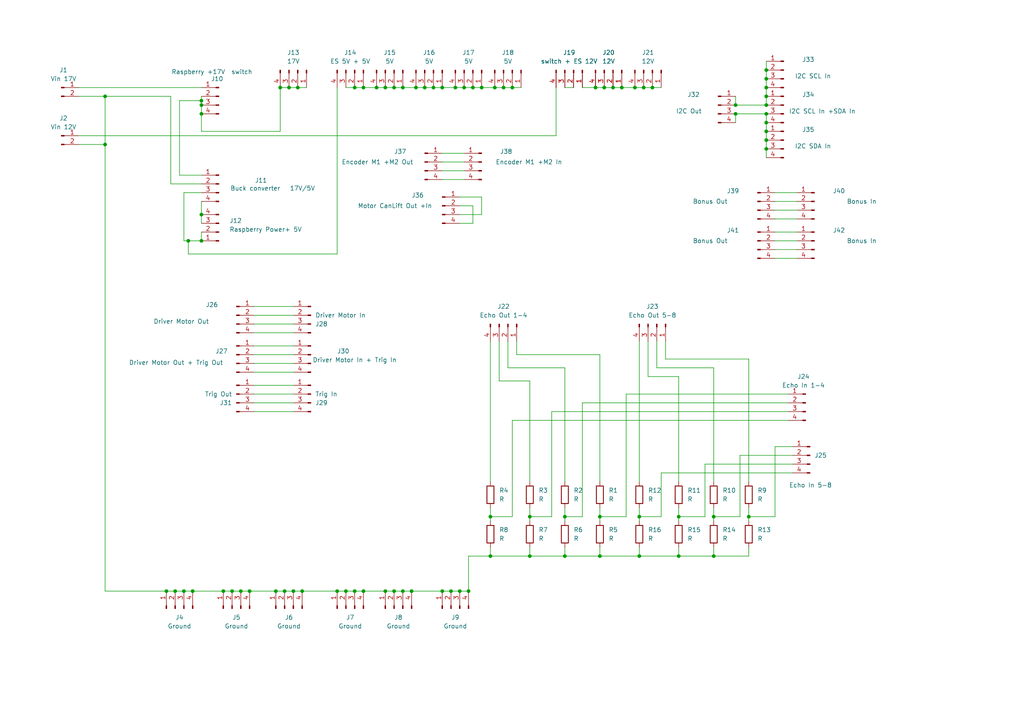
<source format=kicad_sch>
(kicad_sch (version 20250114) (generator "eeschema") (generator_version "9.0")
  (paper "A4")
  (title_block (title "PCB Board Eurobot FBG Team") (date "16/03/2025") (rev "1.0") (company "Noteris Corporation"))
  (lib_symbols
    (symbol "Conn_01x04_Pin_1" (pin_names (offset 1.016) (hide yes))
      (property "Reference" "J" (at 0 5.08 0))
      (property "Value" "Conn_01x04_Pin" (at 0 -7.62 0))
      (symbol "Conn_01x04_Pin_1_1_1"
        (rectangle (start 0.8636 2.667) (end 0 2.413) (stroke (width 0.1524)) (fill (type outline)))
        (rectangle (start 0.8636 0.127) (end 0 -0.127) (stroke (width 0.1524)) (fill (type outline)))
        (rectangle (start 0.8636 -2.413) (end 0 -2.667) (stroke (width 0.1524)) (fill (type outline)))
        (rectangle (start 0.8636 -4.953) (end 0 -5.207) (stroke (width 0.1524)) (fill (type outline)))
        (polyline (pts (xy 1.27 2.54) (xy 0.8636 2.54)) (stroke (width 0.1524)))
        (polyline (pts (xy 1.27 0) (xy 0.8636 0)) (stroke (width 0.1524)))
        (polyline (pts (xy 1.27 -2.54) (xy 0.8636 -2.54)) (stroke (width 0.1524)))
        (polyline (pts (xy 1.27 -5.08) (xy 0.8636 -5.08)) (stroke (width 0.1524)))
        (pin passive line (at 5.08 2.54 180) (length 3.81) (name "Pin_1") (number "1"))
        (pin passive line (at 5.08 0 180) (length 3.81) (name "Pin_2") (number "2"))
        (pin passive line (at 5.08 -2.54 180) (length 3.81) (name "Pin_3") (number "3"))
        (pin passive line (at 5.08 -5.08 180) (length 3.81) (name "Pin_4") (number "4"))
      )
    )
    (symbol "Connector:Conn_01x02_Pin" (pin_names (offset 1.016) (hide yes))
      (property "Reference" "J" (at 0 2.54 0))
      (property "Value" "Conn_01x02_Pin" (at 0 -5.08 0))
      (symbol "Conn_01x02_Pin_1_1"
        (rectangle (start 0.8636 0.127) (end 0 -0.127) (stroke (width 0.1524)) (fill (type outline)))
        (rectangle (start 0.8636 -2.413) (end 0 -2.667) (stroke (width 0.1524)) (fill (type outline)))
        (polyline (pts (xy 1.27 0) (xy 0.8636 0)) (stroke (width 0.1524)))
        (polyline (pts (xy 1.27 -2.54) (xy 0.8636 -2.54)) (stroke (width 0.1524)))
        (pin passive line (at 5.08 0 180) (length 3.81) (name "Pin_1") (number "1"))
        (pin passive line (at 5.08 -2.54 180) (length 3.81) (name "Pin_2") (number "2"))
      )
    )
    (symbol "Connector:Conn_01x04_Pin" (pin_names (offset 1.016) (hide yes))
      (property "Reference" "J" (at 0 5.08 0))
      (property "Value" "Conn_01x04_Pin" (at 0 -7.62 0))
      (symbol "Conn_01x04_Pin_1_1"
        (rectangle (start 0.8636 2.667) (end 0 2.413) (stroke (width 0.1524)) (fill (type outline)))
        (rectangle (start 0.8636 0.127) (end 0 -0.127) (stroke (width 0.1524)) (fill (type outline)))
        (rectangle (start 0.8636 -2.413) (end 0 -2.667) (stroke (width 0.1524)) (fill (type outline)))
        (rectangle (start 0.8636 -4.953) (end 0 -5.207) (stroke (width 0.1524)) (fill (type outline)))
        (polyline (pts (xy 1.27 2.54) (xy 0.8636 2.54)) (stroke (width 0.1524)))
        (polyline (pts (xy 1.27 0) (xy 0.8636 0)) (stroke (width 0.1524)))
        (polyline (pts (xy 1.27 -2.54) (xy 0.8636 -2.54)) (stroke (width 0.1524)))
        (polyline (pts (xy 1.27 -5.08) (xy 0.8636 -5.08)) (stroke (width 0.1524)))
        (pin passive line (at 5.08 2.54 180) (length 3.81) (name "Pin_1") (number "1"))
        (pin passive line (at 5.08 0 180) (length 3.81) (name "Pin_2") (number "2"))
        (pin passive line (at 5.08 -2.54 180) (length 3.81) (name "Pin_3") (number "3"))
        (pin passive line (at 5.08 -5.08 180) (length 3.81) (name "Pin_4") (number "4"))
      )
    )
    (symbol "Device:R" (pin_numbers (hide yes)) (pin_names (offset 0))
      (property "Reference" "R" (at 2.032 0 90))
      (property "Value" "R" (at 0 0 90))
      (symbol "R_0_1"
        (rectangle (start -1.016 -2.54) (end 1.016 2.54) (stroke (width 0.254)))
      )
      (symbol "R_1_1"
        (pin passive line (at 0 3.81 270) (length 1.27) (name "~") (number "1"))
        (pin passive line (at 0 -3.81 90) (length 1.27) (name "~") (number "2"))
      )
    )
  )
  (junction (at 109.22 25.4))
  (junction (at 207.01 161.29))
  (junction (at 80.01 171.45))
  (junction (at 184.15 25.4))
  (junction (at 196.85 149.86))
  (junction (at 153.67 149.86))
  (junction (at 146.05 25.4))
  (junction (at 128.27 171.45))
  (junction (at 83.82 25.4))
  (junction (at 175.26 25.4))
  (junction (at 111.76 171.45))
  (junction (at 173.99 149.86))
  (junction (at 69.85 171.45))
  (junction (at 222.25 25.4))
  (junction (at 58.42 30.48))
  (junction (at 55.88 171.45))
  (junction (at 30.48 27.94))
  (junction (at 123.19 25.4))
  (junction (at 128.27 25.4))
  (junction (at 81.28 25.4))
  (junction (at 105.41 25.4))
  (junction (at 222.25 27.94))
  (junction (at 82.55 171.45))
  (junction (at 111.76 25.4))
  (junction (at 222.25 20.32))
  (junction (at 85.09 171.45))
  (junction (at 64.77 171.45))
  (junction (at 222.25 22.86))
  (junction (at 86.36 25.4))
  (junction (at 180.34 25.4))
  (junction (at 67.31 171.45))
  (junction (at 97.79 171.45))
  (junction (at 186.69 25.4))
  (junction (at 222.25 38.1))
  (junction (at 114.3 25.4))
  (junction (at 213.36 33.02))
  (junction (at 222.25 30.48))
  (junction (at 163.83 149.86))
  (junction (at 172.72 25.4))
  (junction (at 139.7 25.4))
  (junction (at 116.84 25.4))
  (junction (at 58.42 33.02))
  (junction (at 222.25 43.18))
  (junction (at 120.65 25.4))
  (junction (at 58.42 69.85))
  (junction (at 53.34 171.45))
  (junction (at 222.25 40.64))
  (junction (at 143.51 25.4))
  (junction (at 196.85 161.29))
  (junction (at 142.24 161.29))
  (junction (at 114.3 171.45))
  (junction (at 125.73 25.4))
  (junction (at 48.26 171.45))
  (junction (at 58.42 29.21))
  (junction (at 137.16 25.4))
  (junction (at 148.59 25.4))
  (junction (at 105.41 171.45))
  (junction (at 87.63 171.45))
  (junction (at 119.38 171.45))
  (junction (at 153.67 161.29))
  (junction (at 58.42 62.23))
  (junction (at 163.83 161.29))
  (junction (at 132.08 25.4))
  (junction (at 100.33 171.45))
  (junction (at 189.23 25.4))
  (junction (at 130.81 171.45))
  (junction (at 54.61 69.85))
  (junction (at 30.48 41.91))
  (junction (at 134.62 25.4))
  (junction (at 142.24 149.86))
  (junction (at 133.35 171.45))
  (junction (at 222.25 35.56))
  (junction (at 207.01 149.86))
  (junction (at 116.84 171.45))
  (junction (at 135.89 171.45))
  (junction (at 102.87 25.4))
  (junction (at 185.42 161.29))
  (junction (at 222.25 33.02))
  (junction (at 102.87 171.45))
  (junction (at 72.39 171.45))
  (junction (at 173.99 161.29))
  (junction (at 217.17 149.86))
  (junction (at 50.8 171.45))
  (junction (at 213.36 30.48))
  (junction (at 185.42 149.86))
  (junction (at 177.8 25.4))
  (wire (pts (xy 148.59 25.4) (xy 151.13 25.4)))
  (wire (pts (xy 58.42 67.31) (xy 58.42 69.85)))
  (wire (pts (xy 160.02 119.38) (xy 228.6 119.38)))
  (wire (pts (xy 173.99 102.87) (xy 149.86 102.87)))
  (wire (pts (xy 58.42 27.94) (xy 58.42 29.21)))
  (wire (pts (xy 186.69 25.4) (xy 189.23 25.4)))
  (wire (pts (xy 48.26 171.45) (xy 50.8 171.45)))
  (wire (pts (xy 224.79 74.93) (xy 231.14 74.93)))
  (wire (pts (xy 181.61 114.3) (xy 228.6 114.3)))
  (wire (pts (xy 73.66 116.84) (xy 85.09 116.84)))
  (wire (pts (xy 222.25 40.64) (xy 222.25 43.18)))
  (wire (pts (xy 168.91 116.84) (xy 168.91 149.86)))
  (wire (pts (xy 80.01 171.45) (xy 82.55 171.45)))
  (wire (pts (xy 73.66 91.44) (xy 85.09 91.44)))
  (wire (pts (xy 214.63 132.08) (xy 229.87 132.08)))
  (wire (pts (xy 160.02 149.86) (xy 160.02 119.38)))
  (wire (pts (xy 133.35 171.45) (xy 130.81 171.45)))
  (wire (pts (xy 73.66 119.38) (xy 85.09 119.38)))
  (wire (pts (xy 173.99 161.29) (xy 185.42 161.29)))
  (wire (pts (xy 53.34 171.45) (xy 55.88 171.45)))
  (wire (pts (xy 144.78 110.49) (xy 144.78 99.06)))
  (wire (pts (xy 142.24 149.86) (xy 148.59 149.86)))
  (wire (pts (xy 135.89 171.45) (xy 133.35 171.45)))
  (wire (pts (xy 224.79 58.42) (xy 231.14 58.42)))
  (wire (pts (xy 73.66 93.98) (xy 85.09 93.98)))
  (wire (pts (xy 185.42 161.29) (xy 196.85 161.29)))
  (wire (pts (xy 30.48 41.91) (xy 30.48 171.45)))
  (wire (pts (xy 137.16 59.69) (xy 137.16 64.77)))
  (wire (pts (xy 81.28 38.1) (xy 81.28 25.4)))
  (wire (pts (xy 163.83 147.32) (xy 163.83 149.86)))
  (wire (pts (xy 180.34 25.4) (xy 184.15 25.4)))
  (wire (pts (xy 52.07 29.21) (xy 52.07 50.8)))
  (wire (pts (xy 196.85 109.22) (xy 187.96 109.22)))
  (wire (pts (xy 163.83 149.86) (xy 168.91 149.86)))
  (wire (pts (xy 222.25 38.1) (xy 222.25 40.64)))
  (wire (pts (xy 222.25 27.94) (xy 222.25 30.48)))
  (wire (pts (xy 224.79 129.54) (xy 224.79 149.86)))
  (wire (pts (xy 147.32 106.68) (xy 147.32 99.06)))
  (wire (pts (xy 173.99 139.7) (xy 173.99 102.87)))
  (wire (pts (xy 153.67 110.49) (xy 144.78 110.49)))
  (wire (pts (xy 139.7 62.23) (xy 133.35 62.23)))
  (wire (pts (xy 214.63 132.08) (xy 214.63 149.86)))
  (wire (pts (xy 173.99 158.75) (xy 173.99 161.29)))
  (wire (pts (xy 54.61 69.85) (xy 54.61 73.66)))
  (wire (pts (xy 133.35 59.69) (xy 137.16 59.69)))
  (wire (pts (xy 87.63 171.45) (xy 97.79 171.45)))
  (wire (pts (xy 224.79 63.5) (xy 231.14 63.5)))
  (wire (pts (xy 53.34 69.85) (xy 54.61 69.85)))
  (wire (pts (xy 213.36 27.94) (xy 213.36 30.48)))
  (wire (pts (xy 83.82 25.4) (xy 86.36 25.4)))
  (wire (pts (xy 153.67 149.86) (xy 160.02 149.86)))
  (wire (pts (xy 213.36 33.02) (xy 213.36 35.56)))
  (wire (pts (xy 217.17 149.86) (xy 217.17 151.13)))
  (wire (pts (xy 100.33 25.4) (xy 102.87 25.4)))
  (wire (pts (xy 196.85 149.86) (xy 204.47 149.86)))
  (wire (pts (xy 128.27 46.99) (xy 134.62 46.99)))
  (wire (pts (xy 224.79 60.96) (xy 231.14 60.96)))
  (wire (pts (xy 153.67 139.7) (xy 153.67 110.49)))
  (wire (pts (xy 128.27 171.45) (xy 119.38 171.45)))
  (wire (pts (xy 125.73 25.4) (xy 128.27 25.4)))
  (wire (pts (xy 114.3 171.45) (xy 111.76 171.45)))
  (wire (pts (xy 217.17 139.7) (xy 217.17 104.14)))
  (wire (pts (xy 139.7 25.4) (xy 143.51 25.4)))
  (wire (pts (xy 73.66 102.87) (xy 85.09 102.87)))
  (wire (pts (xy 163.83 158.75) (xy 163.83 161.29)))
  (wire (pts (xy 72.39 171.45) (xy 80.01 171.45)))
  (wire (pts (xy 196.85 158.75) (xy 196.85 161.29)))
  (wire (pts (xy 163.83 149.86) (xy 163.83 151.13)))
  (wire (pts (xy 97.79 73.66) (xy 97.79 25.4)))
  (wire (pts (xy 196.85 139.7) (xy 196.85 109.22)))
  (wire (pts (xy 73.66 105.41) (xy 85.09 105.41)))
  (wire (pts (xy 191.77 149.86) (xy 191.77 137.16)))
  (wire (pts (xy 217.17 158.75) (xy 217.17 161.29)))
  (wire (pts (xy 222.25 17.78) (xy 222.25 20.32)))
  (wire (pts (xy 111.76 25.4) (xy 114.3 25.4)))
  (wire (pts (xy 207.01 139.7) (xy 207.01 106.68)))
  (wire (pts (xy 135.89 161.29) (xy 135.89 171.45)))
  (wire (pts (xy 185.42 99.06) (xy 185.42 139.7)))
  (wire (pts (xy 149.86 102.87) (xy 149.86 99.06)))
  (wire (pts (xy 22.86 41.91) (xy 30.48 41.91)))
  (wire (pts (xy 173.99 149.86) (xy 181.61 149.86)))
  (wire (pts (xy 30.48 171.45) (xy 48.26 171.45)))
  (wire (pts (xy 142.24 158.75) (xy 142.24 161.29)))
  (wire (pts (xy 175.26 25.4) (xy 177.8 25.4)))
  (wire (pts (xy 58.42 30.48) (xy 58.42 33.02)))
  (wire (pts (xy 142.24 161.29) (xy 153.67 161.29)))
  (wire (pts (xy 102.87 25.4) (xy 105.41 25.4)))
  (wire (pts (xy 224.79 55.88) (xy 231.14 55.88)))
  (wire (pts (xy 177.8 25.4) (xy 180.34 25.4)))
  (wire (pts (xy 111.76 171.45) (xy 105.41 171.45)))
  (wire (pts (xy 172.72 25.4) (xy 175.26 25.4)))
  (wire (pts (xy 55.88 171.45) (xy 64.77 171.45)))
  (wire (pts (xy 81.28 25.4) (xy 83.82 25.4)))
  (wire (pts (xy 222.25 35.56) (xy 222.25 38.1)))
  (wire (pts (xy 146.05 25.4) (xy 148.59 25.4)))
  (wire (pts (xy 187.96 109.22) (xy 187.96 99.06)))
  (wire (pts (xy 191.77 137.16) (xy 229.87 137.16)))
  (wire (pts (xy 30.48 27.94) (xy 30.48 41.91)))
  (wire (pts (xy 102.87 171.45) (xy 105.41 171.45)))
  (wire (pts (xy 135.89 161.29) (xy 142.24 161.29)))
  (wire (pts (xy 69.85 171.45) (xy 72.39 171.45)))
  (wire (pts (xy 185.42 149.86) (xy 191.77 149.86)))
  (wire (pts (xy 139.7 57.15) (xy 139.7 62.23)))
  (wire (pts (xy 109.22 25.4) (xy 111.76 25.4)))
  (wire (pts (xy 224.79 67.31) (xy 231.14 67.31)))
  (wire (pts (xy 193.04 104.14) (xy 193.04 99.06)))
  (wire (pts (xy 134.62 25.4) (xy 137.16 25.4)))
  (wire (pts (xy 142.24 149.86) (xy 142.24 151.13)))
  (wire (pts (xy 54.61 73.66) (xy 97.79 73.66)))
  (wire (pts (xy 189.23 25.4) (xy 191.77 25.4)))
  (wire (pts (xy 123.19 25.4) (xy 125.73 25.4)))
  (wire (pts (xy 53.34 55.88) (xy 53.34 69.85)))
  (wire (pts (xy 116.84 171.45) (xy 114.3 171.45)))
  (wire (pts (xy 58.42 29.21) (xy 52.07 29.21)))
  (wire (pts (xy 148.59 121.92) (xy 228.6 121.92)))
  (wire (pts (xy 58.42 38.1) (xy 81.28 38.1)))
  (wire (pts (xy 73.66 114.3) (xy 85.09 114.3)))
  (wire (pts (xy 22.86 39.37) (xy 161.29 39.37)))
  (wire (pts (xy 128.27 52.07) (xy 134.62 52.07)))
  (wire (pts (xy 173.99 149.86) (xy 173.99 151.13)))
  (wire (pts (xy 58.42 58.42) (xy 58.42 62.23)))
  (wire (pts (xy 204.47 149.86) (xy 204.47 134.62)))
  (wire (pts (xy 213.36 30.48) (xy 222.25 30.48)))
  (wire (pts (xy 53.34 55.88) (xy 58.42 55.88)))
  (wire (pts (xy 128.27 44.45) (xy 134.62 44.45)))
  (wire (pts (xy 133.35 57.15) (xy 139.7 57.15)))
  (wire (pts (xy 217.17 161.29) (xy 207.01 161.29)))
  (wire (pts (xy 207.01 158.75) (xy 207.01 161.29)))
  (wire (pts (xy 73.66 111.76) (xy 85.09 111.76)))
  (wire (pts (xy 86.36 25.4) (xy 88.9 25.4)))
  (wire (pts (xy 185.42 158.75) (xy 185.42 161.29)))
  (wire (pts (xy 173.99 161.29) (xy 163.83 161.29)))
  (wire (pts (xy 58.42 33.02) (xy 58.42 38.1)))
  (wire (pts (xy 58.42 29.21) (xy 58.42 30.48)))
  (wire (pts (xy 100.33 171.45) (xy 102.87 171.45)))
  (wire (pts (xy 143.51 25.4) (xy 146.05 25.4)))
  (wire (pts (xy 153.67 149.86) (xy 153.67 151.13)))
  (wire (pts (xy 130.81 171.45) (xy 128.27 171.45)))
  (wire (pts (xy 163.83 25.4) (xy 166.37 25.4)))
  (wire (pts (xy 163.83 106.68) (xy 147.32 106.68)))
  (wire (pts (xy 52.07 50.8) (xy 58.42 50.8)))
  (wire (pts (xy 184.15 25.4) (xy 186.69 25.4)))
  (wire (pts (xy 224.79 129.54) (xy 229.87 129.54)))
  (wire (pts (xy 207.01 106.68) (xy 190.5 106.68)))
  (wire (pts (xy 119.38 171.45) (xy 116.84 171.45)))
  (wire (pts (xy 142.24 99.06) (xy 142.24 139.7)))
  (wire (pts (xy 54.61 69.85) (xy 58.42 69.85)))
  (wire (pts (xy 168.91 25.4) (xy 172.72 25.4)))
  (wire (pts (xy 196.85 161.29) (xy 207.01 161.29)))
  (wire (pts (xy 73.66 88.9) (xy 85.09 88.9)))
  (wire (pts (xy 222.25 43.18) (xy 222.25 45.72)))
  (wire (pts (xy 204.47 134.62) (xy 229.87 134.62)))
  (wire (pts (xy 173.99 147.32) (xy 173.99 149.86)))
  (wire (pts (xy 148.59 149.86) (xy 148.59 121.92)))
  (wire (pts (xy 153.67 147.32) (xy 153.67 149.86)))
  (wire (pts (xy 181.61 114.3) (xy 181.61 149.86)))
  (wire (pts (xy 222.25 22.86) (xy 222.25 25.4)))
  (wire (pts (xy 64.77 171.45) (xy 67.31 171.45)))
  (wire (pts (xy 222.25 20.32) (xy 222.25 22.86)))
  (wire (pts (xy 142.24 147.32) (xy 142.24 149.86)))
  (wire (pts (xy 132.08 25.4) (xy 134.62 25.4)))
  (wire (pts (xy 213.36 33.02) (xy 222.25 33.02)))
  (wire (pts (xy 196.85 147.32) (xy 196.85 149.86)))
  (wire (pts (xy 97.79 171.45) (xy 100.33 171.45)))
  (wire (pts (xy 224.79 69.85) (xy 231.14 69.85)))
  (wire (pts (xy 190.5 106.68) (xy 190.5 99.06)))
  (wire (pts (xy 222.25 33.02) (xy 222.25 35.56)))
  (wire (pts (xy 185.42 149.86) (xy 185.42 151.13)))
  (wire (pts (xy 153.67 158.75) (xy 153.67 161.29)))
  (wire (pts (xy 168.91 116.84) (xy 228.6 116.84)))
  (wire (pts (xy 224.79 72.39) (xy 231.14 72.39)))
  (wire (pts (xy 116.84 25.4) (xy 120.65 25.4)))
  (wire (pts (xy 120.65 25.4) (xy 123.19 25.4)))
  (wire (pts (xy 67.31 171.45) (xy 69.85 171.45)))
  (wire (pts (xy 222.25 25.4) (xy 222.25 27.94)))
  (wire (pts (xy 137.16 64.77) (xy 133.35 64.77)))
  (wire (pts (xy 73.66 96.52) (xy 85.09 96.52)))
  (wire (pts (xy 217.17 149.86) (xy 224.79 149.86)))
  (wire (pts (xy 105.41 25.4) (xy 109.22 25.4)))
  (wire (pts (xy 73.66 100.33) (xy 85.09 100.33)))
  (wire (pts (xy 128.27 25.4) (xy 132.08 25.4)))
  (wire (pts (xy 137.16 25.4) (xy 139.7 25.4)))
  (wire (pts (xy 196.85 149.86) (xy 196.85 151.13)))
  (wire (pts (xy 207.01 149.86) (xy 214.63 149.86)))
  (wire (pts (xy 49.53 53.34) (xy 58.42 53.34)))
  (wire (pts (xy 49.53 27.94) (xy 49.53 53.34)))
  (wire (pts (xy 73.66 107.95) (xy 85.09 107.95)))
  (wire (pts (xy 163.83 139.7) (xy 163.83 106.68)))
  (wire (pts (xy 217.17 104.14) (xy 193.04 104.14)))
  (wire (pts (xy 114.3 25.4) (xy 116.84 25.4)))
  (wire (pts (xy 30.48 27.94) (xy 49.53 27.94)))
  (wire (pts (xy 22.86 27.94) (xy 30.48 27.94)))
  (wire (pts (xy 85.09 171.45) (xy 87.63 171.45)))
  (wire (pts (xy 185.42 147.32) (xy 185.42 149.86)))
  (wire (pts (xy 58.42 64.77) (xy 58.42 62.23)))
  (wire (pts (xy 207.01 147.32) (xy 207.01 149.86)))
  (wire (pts (xy 22.86 25.4) (xy 58.42 25.4)))
  (wire (pts (xy 161.29 25.4) (xy 161.29 39.37)))
  (wire (pts (xy 128.27 49.53) (xy 134.62 49.53)))
  (wire (pts (xy 217.17 147.32) (xy 217.17 149.86)))
  (wire (pts (xy 153.67 161.29) (xy 163.83 161.29)))
  (wire (pts (xy 207.01 149.86) (xy 207.01 151.13)))
  (wire (pts (xy 50.8 171.45) (xy 53.34 171.45)))
  (wire (pts (xy 82.55 171.45) (xy 85.09 171.45)))
  (symbol (lib_id "Connector:Conn_01x04_Pin") (at 90.17 114.3 0) (mirror y) (unit 1)
    (property "Reference" "J29" (at 91.44 116.8401 0) (effects (justify right)))
    (property "Value" "Trig In" (at 91.44 114.3001 0) (effects (justify right)))
    (property "Footprint" "Connector_Molex:Molex_SL_171971-0004_1x04_P2.54mm_Vertical" (effects (hide yes)))
    (property "Description" "Generic connector, single row, 01x04, script generated" (effects (hide yes)))
  )
  (symbol (lib_id "Connector:Conn_01x04_Pin") (at 130.81 176.53 90) (unit 1)
    (property "Reference" "J9" (at 132.08 179.07 90))
    (property "Value" "Ground" (at 132.08 181.61 90))
    (property "Footprint" "Connector_Molex:Molex_SL_171971-0004_1x04_P2.54mm_Vertical" (effects (hide yes)))
    (property "Description" "Generic connector, single row, 01x04, script generated" (effects (hide yes)))
  )
  (symbol (lib_id "Connector:Conn_01x04_Pin") (at 227.33 20.32 0) (mirror y) (unit 1)
    (property "Reference" "J33" (at 234.442 17.272 0))
    (property "Value" "I2C SCL In" (at 235.8078 22.0602 0))
    (property "Footprint" "Connector_Molex:Molex_SL_171971-0004_1x04_P2.54mm_Vertical" (effects (hide yes)))
    (property "Description" "Generic connector, single row, 01x04, script generated" (effects (hide yes)))
  )
  (symbol (lib_id "Connector:Conn_01x04_Pin") (at 114.3 20.32 270) (unit 1)
    (property "Reference" "J15" (at 113.03 15.24 90))
    (property "Value" "5V" (at 113.03 17.78 90))
    (property "Footprint" "Connector_Molex:Molex_SL_171971-0004_1x04_P2.54mm_Vertical" (effects (hide yes)))
    (property "Description" "Generic connector, single row, 01x04, script generated" (effects (hide yes)))
  )
  (symbol (lib_id "Connector:Conn_01x04_Pin") (at 189.23 20.32 270) (unit 1)
    (property "Reference" "J21" (at 187.96 15.24 90))
    (property "Value" "12V" (at 187.96 17.78 90))
    (property "Footprint" "Connector_Molex:Molex_SL_171971-0004_1x04_P2.54mm_Vertical" (effects (hide yes)))
    (property "Description" "Generic connector, single row, 01x04, script generated" (effects (hide yes)))
  )
  (symbol (lib_id "Connector:Conn_01x04_Pin") (at 82.55 176.53 90) (unit 1)
    (property "Reference" "J6" (at 83.82 179.07 90))
    (property "Value" "Ground" (at 83.82 181.61 90))
    (property "Footprint" "Connector_Molex:Molex_SL_171971-0004_1x04_P2.54mm_Vertical" (effects (hide yes)))
    (property "Description" "Generic connector, single row, 01x04, script generated" (effects (hide yes)))
  )
  (symbol (lib_id "Connector:Conn_01x04_Pin") (at 147.32 93.98 270) (unit 1)
    (property "Reference" "J22" (at 146.05 88.9 90))
    (property "Value" "Echo Out 1-4" (at 146.05 91.44 90))
    (property "Footprint" "Connector_Molex:Molex_SL_171971-0004_1x04_P2.54mm_Vertical" (effects (hide yes)))
    (property "Description" "Generic connector, single row, 01x04, script generated" (effects (hide yes)))
  )
  (symbol (lib_id "Device:R") (at 173.99 143.51 0) (unit 1)
    (property "Reference" "R1" (at 176.53 142.2399 0) (effects (justify left)))
    (property "Value" "R" (at 176.53 144.7799 0) (effects (justify left)))
    (property "Footprint" "Resistor_THT:R_Axial_DIN0207_L6.3mm_D2.5mm_P10.16mm_Horizontal" (effects (hide yes)))
    (property "Description" "Resistor" (effects (hide yes)))
  )
  (symbol (lib_id "Connector:Conn_01x04_Pin") (at 236.22 58.42 0) (mirror y) (unit 1)
    (property "Reference" "J40" (at 243.332 55.372 0))
    (property "Value" "Bonus In" (at 249.936 58.42 0))
    (property "Footprint" "Connector_Molex:Molex_SL_171971-0004_1x04_P2.54mm_Vertical" (effects (hide yes)))
    (property "Description" "Generic connector, single row, 01x04, script generated" (effects (hide yes)))
  )
  (symbol (lib_id "Connector:Conn_01x02_Pin") (at 17.78 39.37 0) (unit 1)
    (property "Reference" "J2" (at 18.415 34.29 0))
    (property "Value" "Vin 12V" (at 18.415 36.83 0))
    (property "Footprint" "Connector_JST:JST_NV_B02P-NV_1x02_P5.00mm_Vertical" (effects (hide yes)))
    (property "Description" "Generic connector, single row, 01x02, script generated" (effects (hide yes)))
  )
  (symbol (lib_id "Connector:Conn_01x04_Pin") (at 208.28 30.48 0) (unit 1)
    (property "Reference" "J32" (at 201.168 27.432 0))
    (property "Value" "I2C Out" (at 199.8022 32.2202 0))
    (property "Footprint" "Connector_Molex:Molex_SL_171971-0004_1x04_P2.54mm_Vertical" (effects (hide yes)))
    (property "Description" "Generic connector, single row, 01x04, script generated" (effects (hide yes)))
  )
  (symbol (lib_id "Connector:Conn_01x04_Pin") (at 227.33 40.64 0) (mirror y) (unit 1)
    (property "Reference" "J35" (at 234.442 37.592 0))
    (property "Value" "I2C SDA In" (at 235.8078 42.3802 0))
    (property "Footprint" "Connector_Molex:Molex_SL_171971-0004_1x04_P2.54mm_Vertical" (effects (hide yes)))
    (property "Description" "Generic connector, single row, 01x04, script generated" (effects (hide yes)))
  )
  (symbol (lib_id "Connector:Conn_01x04_Pin") (at 90.17 102.87 0) (mirror y) (unit 1)
    (property "Reference" "J30" (at 99.568 101.854 0))
    (property "Value" "Driver Motor In + Trig In" (at 102.87 104.394 0))
    (property "Footprint" "Connector_Molex:Molex_SL_171971-0004_1x04_P2.54mm_Vertical" (effects (hide yes)))
    (property "Description" "Generic connector, single row, 01x04, script generated" (effects (hide yes)))
  )
  (symbol (lib_id "Device:R") (at 153.67 154.94 0) (unit 1)
    (property "Reference" "R7" (at 156.21 153.6699 0) (effects (justify left)))
    (property "Value" "R" (at 156.21 156.2099 0) (effects (justify left)))
    (property "Footprint" "Resistor_THT:R_Axial_DIN0207_L6.3mm_D2.5mm_P10.16mm_Horizontal" (effects (hide yes)))
    (property "Description" "Resistor" (effects (hide yes)))
  )
  (symbol (lib_id "Device:R") (at 173.99 154.94 0) (unit 1)
    (property "Reference" "R5" (at 176.53 153.6699 0) (effects (justify left)))
    (property "Value" "R" (at 176.53 156.2099 0) (effects (justify left)))
    (property "Footprint" "Resistor_THT:R_Axial_DIN0207_L6.3mm_D2.5mm_P10.16mm_Horizontal" (effects (hide yes)))
    (property "Description" "Resistor" (effects (hide yes)))
  )
  (symbol (lib_id "Connector:Conn_01x04_Pin") (at 50.8 176.53 90) (unit 1)
    (property "Reference" "J4" (at 52.07 179.07 90))
    (property "Value" "Ground" (at 52.07 181.61 90))
    (property "Footprint" "Connector_Molex:Molex_SL_171971-0004_1x04_P2.54mm_Vertical" (effects (hide yes)))
    (property "Description" "Generic connector, single row, 01x04, script generated" (effects (hide yes)))
  )
  (symbol (lib_id "Connector:Conn_01x04_Pin") (at 139.7 46.99 0) (mirror y) (unit 1)
    (property "Reference" "J38" (at 146.812 43.942 0))
    (property "Value" "Encoder M1 +M2 In" (at 153.416 46.99 0))
    (property "Footprint" "Connector_Molex:Molex_SL_171971-0004_1x04_P2.54mm_Vertical" (effects (hide yes)))
    (property "Description" "Generic connector, single row, 01x04, script generated" (effects (hide yes)))
  )
  (symbol (lib_id "Connector:Conn_01x04_Pin") (at 63.5 27.94 0) (mirror y) (unit 1)
    (property "Reference" "J10" (at 62.992 22.86 0))
    (property "Value" "Raspberry +17V  switch" (at 61.468 20.828 0))
    (property "Footprint" "Connector_Molex:Molex_SL_171971-0004_1x04_P2.54mm_Vertical" (effects (hide yes)))
    (property "Description" "Generic connector, single row, 01x04, script generated" (effects (hide yes)))
  )
  (symbol (lib_id "Connector:Conn_01x04_Pin") (at 68.58 102.87 0) (unit 1)
    (property "Reference" "J27" (at 64.262 101.854 0))
    (property "Value" "Driver Motor Out + Trig Out" (at 51.054 105.156 0))
    (property "Footprint" "Connector_Molex:Molex_SL_171971-0004_1x04_P2.54mm_Vertical" (effects (hide yes)))
    (property "Description" "Generic connector, single row, 01x04, script generated" (effects (hide yes)))
  )
  (symbol (lib_id "Device:R") (at 185.42 143.51 0) (unit 1)
    (property "Reference" "R12" (at 187.96 142.2399 0) (effects (justify left)))
    (property "Value" "R" (at 187.96 144.7799 0) (effects (justify left)))
    (property "Footprint" "Resistor_THT:R_Axial_DIN0207_L6.3mm_D2.5mm_P10.16mm_Horizontal" (effects (hide yes)))
    (property "Description" "Resistor" (effects (hide yes)))
  )
  (symbol (lib_id "Connector:Conn_01x04_Pin") (at 68.58 91.44 0) (unit 1)
    (property "Reference" "J26" (at 61.468 88.392 0))
    (property "Value" "Driver Motor Out" (at 52.578 93.218 0))
    (property "Footprint" "Connector_Molex:Molex_SL_171971-0004_1x04_P2.54mm_Vertical" (effects (hide yes)))
    (property "Description" "Generic connector, single row, 01x04, script generated" (effects (hide yes)))
  )
  (symbol (lib_id "Device:R") (at 185.42 154.94 0) (unit 1)
    (property "Reference" "R16" (at 187.96 153.6699 0) (effects (justify left)))
    (property "Value" "R" (at 187.96 156.2099 0) (effects (justify left)))
    (property "Footprint" "Resistor_THT:R_Axial_DIN0207_L6.3mm_D2.5mm_P10.16mm_Horizontal" (effects (hide yes)))
    (property "Description" "Resistor" (effects (hide yes)))
  )
  (symbol (lib_id "Connector:Conn_01x04_Pin") (at 68.58 114.3 0) (unit 1)
    (property "Reference" "J31" (at 67.31 116.8401 0) (effects (justify right)))
    (property "Value" "Trig Out" (at 67.31 114.3001 0) (effects (justify right)))
    (property "Footprint" "Connector_Molex:Molex_SL_171971-0004_1x04_P2.54mm_Vertical" (effects (hide yes)))
    (property "Description" "Generic connector, single row, 01x04, script generated" (effects (hide yes)))
  )
  (symbol (lib_id "Connector:Conn_01x04_Pin") (at 177.8 20.32 270) (unit 1)
    (property "Reference" "J20" (at 176.53 15.24 90))
    (property "Value" "12V" (at 176.53 17.78 90))
    (property "Footprint" "Connector_Molex:Molex_SL_171971-0004_1x04_P2.54mm_Vertical" (effects (hide yes)))
    (property "Description" "Generic connector, single row, 01x04, script generated" (effects (hide yes)))
  )
  (symbol (lib_id "Connector:Conn_01x04_Pin") (at 137.16 20.32 270) (unit 1)
    (property "Reference" "J17" (at 135.89 15.24 90))
    (property "Value" "5V" (at 135.89 17.78 90))
    (property "Footprint" "Connector_Molex:Molex_SL_171971-0004_1x04_P2.54mm_Vertical" (effects (hide yes)))
    (property "Description" "Generic connector, single row, 01x04, script generated" (effects (hide yes)))
  )
  (symbol (lib_id "Connector:Conn_01x04_Pin") (at 100.33 176.53 90) (unit 1)
    (property "Reference" "J7" (at 101.6 179.07 90))
    (property "Value" "Ground" (at 101.6 181.61 90))
    (property "Footprint" "Connector_Molex:Molex_SL_171971-0004_1x04_P2.54mm_Vertical" (effects (hide yes)))
    (property "Description" "Generic connector, single row, 01x04, script generated" (effects (hide yes)))
  )
  (symbol (lib_id "Connector:Conn_01x04_Pin") (at 128.27 59.69 0) (unit 1)
    (property "Reference" "J36" (at 121.158 56.642 0))
    (property "Value" "Motor CanLift Out +In" (at 114.554 59.69 0))
    (property "Footprint" "Connector_Molex:Molex_SL_171971-0004_1x04_P2.54mm_Vertical" (effects (hide yes)))
    (property "Description" "Generic connector, single row, 01x04, script generated" (effects (hide yes)))
  )
  (symbol (lib_id "Connector:Conn_01x04_Pin") (at 227.33 30.48 0) (mirror y) (unit 1)
    (property "Reference" "J34" (at 234.442 27.432 0))
    (property "Value" "I2C SCL In +SDA In" (at 238.506 32.258 0))
    (property "Footprint" "Connector_Molex:Molex_SL_171971-0004_1x04_P2.54mm_Vertical" (effects (hide yes)))
    (property "Description" "Generic connector, single row, 01x04, script generated" (effects (hide yes)))
  )
  (symbol (lib_id "Device:R") (at 153.67 143.51 0) (unit 1)
    (property "Reference" "R3" (at 156.21 142.2399 0) (effects (justify left)))
    (property "Value" "R" (at 156.21 144.7799 0) (effects (justify left)))
    (property "Footprint" "Resistor_THT:R_Axial_DIN0207_L6.3mm_D2.5mm_P10.16mm_Horizontal" (effects (hide yes)))
    (property "Description" "Resistor" (effects (hide yes)))
  )
  (symbol (lib_id "Connector:Conn_01x02_Pin") (at 17.78 25.4 0) (unit 1)
    (property "Reference" "J1" (at 18.415 20.32 0))
    (property "Value" "Vin 17V" (at 18.415 22.86 0))
    (property "Footprint" "Connector_JST:JST_NV_B02P-NV_1x02_P5.00mm_Vertical" (effects (hide yes)))
    (property "Description" "Generic connector, single row, 01x02, script generated" (effects (hide yes)))
  )
  (symbol (lib_id "Connector:Conn_01x04_Pin") (at 67.31 176.53 90) (unit 1)
    (property "Reference" "J5" (at 68.58 179.07 90))
    (property "Value" "Ground" (at 68.58 181.61 90))
    (property "Footprint" "Connector_Molex:Molex_SL_171971-0004_1x04_P2.54mm_Vertical" (effects (hide yes)))
    (property "Description" "Generic connector, single row, 01x04, script generated" (effects (hide yes)))
  )
  (symbol (lib_id "Device:R") (at 207.01 154.94 0) (unit 1)
    (property "Reference" "R14" (at 209.55 153.6699 0) (effects (justify left)))
    (property "Value" "R" (at 209.55 156.2099 0) (effects (justify left)))
    (property "Footprint" "Resistor_THT:R_Axial_DIN0207_L6.3mm_D2.5mm_P10.16mm_Horizontal" (effects (hide yes)))
    (property "Description" "Resistor" (effects (hide yes)))
  )
  (symbol (lib_id "Connector:Conn_01x04_Pin") (at 102.87 20.32 270) (unit 1)
    (property "Reference" "J14" (at 101.6 15.24 90))
    (property "Value" "ES 5V + 5V" (at 101.6 17.78 90))
    (property "Footprint" "Connector_Molex:Molex_SL_171971-0004_1x04_P2.54mm_Vertical" (effects (hide yes)))
    (property "Description" "Generic connector, single row, 01x04, script generated" (effects (hide yes)))
  )
  (symbol (lib_name "Conn_01x04_Pin_1") (lib_id "Connector:Conn_01x04_Pin") (at 63.5 53.34 0) (mirror y) (unit 1)
    (property "Reference" "J11" (at 73.914 52.324 0) (effects (justify right)))
    (property "Value" "Buck converter   17V/5V" (at 66.802 54.61 0) (effects (justify right)))
    (property "Footprint" "Connector_Molex:Molex_SL_171971-0004_1x04_P2.54mm_Vertical" (effects (hide yes)))
    (property "Description" "Generic connector, single row, 01x04, script generated" (effects (hide yes)))
  )
  (symbol (lib_id "Connector:Conn_01x04_Pin") (at 148.59 20.32 270) (unit 1)
    (property "Reference" "J18" (at 147.32 15.24 90))
    (property "Value" "5V" (at 147.32 17.78 90))
    (property "Footprint" "Connector_Molex:Molex_SL_171971-0004_1x04_P2.54mm_Vertical" (effects (hide yes)))
    (property "Description" "Generic connector, single row, 01x04, script generated" (effects (hide yes)))
  )
  (symbol (lib_id "Connector:Conn_01x04_Pin") (at 166.37 20.32 270) (unit 1)
    (property "Reference" "J19" (at 165.1 15.24 90))
    (property "Value" "switch + ES 12V" (at 165.1 17.78 90))
    (property "Footprint" "Connector_Molex:Molex_SL_171971-0004_1x04_P2.54mm_Vertical" (effects (hide yes)))
    (property "Description" "Generic connector, single row, 01x04, script generated" (effects (hide yes)))
  )
  (symbol (lib_id "Device:R") (at 217.17 143.51 0) (unit 1)
    (property "Reference" "R9" (at 219.71 142.2399 0) (effects (justify left)))
    (property "Value" "R" (at 219.71 144.7799 0) (effects (justify left)))
    (property "Footprint" "Resistor_THT:R_Axial_DIN0207_L6.3mm_D2.5mm_P10.16mm_Horizontal" (effects (hide yes)))
    (property "Description" "Resistor" (effects (hide yes)))
  )
  (symbol (lib_id "Connector:Conn_01x04_Pin") (at 233.68 116.84 0) (mirror y) (unit 1)
    (property "Reference" "J24" (at 233.045 109.22 0))
    (property "Value" "Echo In 1-4" (at 233.045 111.76 0))
    (property "Footprint" "Connector_Molex:Molex_SL_171971-0004_1x04_P2.54mm_Vertical" (effects (hide yes)))
    (property "Description" "Generic connector, single row, 01x04, script generated" (effects (hide yes)))
  )
  (symbol (lib_id "Connector:Conn_01x04_Pin") (at 90.17 91.44 0) (mirror y) (unit 1)
    (property "Reference" "J28" (at 91.44 93.9801 0) (effects (justify right)))
    (property "Value" "Driver Motor In" (at 91.44 91.4401 0) (effects (justify right)))
    (property "Footprint" "Connector_Molex:Molex_SL_171971-0004_1x04_P2.54mm_Vertical" (effects (hide yes)))
    (property "Description" "Generic connector, single row, 01x04, script generated" (effects (hide yes)))
  )
  (symbol (lib_id "Connector:Conn_01x04_Pin") (at 125.73 20.32 270) (unit 1)
    (property "Reference" "J16" (at 124.46 15.24 90))
    (property "Value" "5V" (at 124.46 17.78 90))
    (property "Footprint" "Connector_Molex:Molex_SL_171971-0004_1x04_P2.54mm_Vertical" (effects (hide yes)))
    (property "Description" "Generic connector, single row, 01x04, script generated" (effects (hide yes)))
  )
  (symbol (lib_id "Connector:Conn_01x04_Pin") (at 219.71 69.85 0) (unit 1)
    (property "Reference" "J41" (at 212.598 66.802 0))
    (property "Value" "Bonus Out" (at 205.994 69.85 0))
    (property "Footprint" "Connector_Molex:Molex_SL_171971-0004_1x04_P2.54mm_Vertical" (effects (hide yes)))
    (property "Description" "Generic connector, single row, 01x04, script generated" (effects (hide yes)))
  )
  (symbol (lib_id "Connector:Conn_01x04_Pin") (at 236.22 69.85 0) (mirror y) (unit 1)
    (property "Reference" "J42" (at 243.332 66.802 0))
    (property "Value" "Bonus In" (at 249.936 69.85 0))
    (property "Footprint" "Connector_Molex:Molex_SL_171971-0004_1x04_P2.54mm_Vertical" (effects (hide yes)))
    (property "Description" "Generic connector, single row, 01x04, script generated" (effects (hide yes)))
  )
  (symbol (lib_id "Connector:Conn_01x04_Pin") (at 114.3 176.53 90) (unit 1)
    (property "Reference" "J8" (at 115.57 179.07 90))
    (property "Value" "Ground" (at 115.57 181.61 90))
    (property "Footprint" "Connector_Molex:Molex_SL_171971-0004_1x04_P2.54mm_Vertical" (effects (hide yes)))
    (property "Description" "Generic connector, single row, 01x04, script generated" (effects (hide yes)))
  )
  (symbol (lib_id "Device:R") (at 196.85 143.51 0) (unit 1)
    (property "Reference" "R11" (at 199.39 142.2399 0) (effects (justify left)))
    (property "Value" "R" (at 199.39 144.7799 0) (effects (justify left)))
    (property "Footprint" "Resistor_THT:R_Axial_DIN0207_L6.3mm_D2.5mm_P10.16mm_Horizontal" (effects (hide yes)))
    (property "Description" "Resistor" (effects (hide yes)))
  )
  (symbol (lib_id "Connector:Conn_01x04_Pin") (at 63.5 67.31 180) (unit 1)
    (property "Reference" "J12" (at 66.548 64.008 0) (effects (justify right)))
    (property "Value" "Raspberry Power+ 5V" (at 66.548 66.548 0) (effects (justify right)))
    (property "Footprint" "Connector_Molex:Molex_SL_171971-0004_1x04_P2.54mm_Vertical" (effects (hide yes)))
    (property "Description" "Generic connector, single row, 01x04, script generated" (effects (hide yes)))
  )
  (symbol (lib_id "Connector:Conn_01x04_Pin") (at 234.95 132.08 0) (mirror y) (unit 1)
    (property "Reference" "J25" (at 236.22 132.0799 0) (effects (justify right)))
    (property "Value" "Echo In 5-8" (at 228.854 140.716 0) (effects (justify right)))
    (property "Footprint" "Connector_Molex:Molex_SL_171971-0004_1x04_P2.54mm_Vertical" (effects (hide yes)))
    (property "Description" "Generic connector, single row, 01x04, script generated" (effects (hide yes)))
  )
  (symbol (lib_id "Connector:Conn_01x04_Pin") (at 86.36 20.32 270) (unit 1)
    (property "Reference" "J13" (at 85.09 15.24 90))
    (property "Value" "17V" (at 85.09 17.78 90))
    (property "Footprint" "Connector_Molex:Molex_SL_171971-0004_1x04_P2.54mm_Vertical" (effects (hide yes)))
    (property "Description" "Generic connector, single row, 01x04, script generated" (effects (hide yes)))
  )
  (symbol (lib_id "Connector:Conn_01x04_Pin") (at 219.71 58.42 0) (unit 1)
    (property "Reference" "J39" (at 212.598 55.372 0))
    (property "Value" "Bonus Out" (at 205.994 58.42 0))
    (property "Footprint" "Connector_Molex:Molex_SL_171971-0004_1x04_P2.54mm_Vertical" (effects (hide yes)))
    (property "Description" "Generic connector, single row, 01x04, script generated" (effects (hide yes)))
  )
  (symbol (lib_id "Connector:Conn_01x04_Pin") (at 190.5 93.98 270) (unit 1)
    (property "Reference" "J23" (at 189.23 88.9 90))
    (property "Value" "Echo Out 5-8" (at 189.23 91.44 90))
    (property "Footprint" "Connector_Molex:Molex_SL_171971-0004_1x04_P2.54mm_Vertical" (effects (hide yes)))
    (property "Description" "Generic connector, single row, 01x04, script generated" (effects (hide yes)))
  )
  (symbol (lib_id "Device:R") (at 196.85 154.94 0) (unit 1)
    (property "Reference" "R15" (at 199.39 153.6699 0) (effects (justify left)))
    (property "Value" "R" (at 199.39 156.2099 0) (effects (justify left)))
    (property "Footprint" "Resistor_THT:R_Axial_DIN0207_L6.3mm_D2.5mm_P10.16mm_Horizontal" (effects (hide yes)))
    (property "Description" "Resistor" (effects (hide yes)))
  )
  (symbol (lib_id "Device:R") (at 163.83 154.94 0) (unit 1)
    (property "Reference" "R6" (at 166.37 153.6699 0) (effects (justify left)))
    (property "Value" "R" (at 166.37 156.2099 0) (effects (justify left)))
    (property "Footprint" "Resistor_THT:R_Axial_DIN0207_L6.3mm_D2.5mm_P10.16mm_Horizontal" (effects (hide yes)))
    (property "Description" "Resistor" (effects (hide yes)))
  )
  (symbol (lib_id "Device:R") (at 163.83 143.51 0) (unit 1)
    (property "Reference" "R2" (at 166.37 142.2399 0) (effects (justify left)))
    (property "Value" "R" (at 166.37 144.7799 0) (effects (justify left)))
    (property "Footprint" "Resistor_THT:R_Axial_DIN0207_L6.3mm_D2.5mm_P10.16mm_Horizontal" (effects (hide yes)))
    (property "Description" "Resistor" (effects (hide yes)))
  )
  (symbol (lib_id "Device:R") (at 207.01 143.51 0) (unit 1)
    (property "Reference" "R10" (at 209.55 142.2399 0) (effects (justify left)))
    (property "Value" "R" (at 209.55 144.7799 0) (effects (justify left)))
    (property "Footprint" "Resistor_THT:R_Axial_DIN0207_L6.3mm_D2.5mm_P10.16mm_Horizontal" (effects (hide yes)))
    (property "Description" "Resistor" (effects (hide yes)))
  )
  (symbol (lib_id "Device:R") (at 142.24 154.94 0) (unit 1)
    (property "Reference" "R8" (at 144.78 153.6699 0) (effects (justify left)))
    (property "Value" "R" (at 144.78 156.2099 0) (effects (justify left)))
    (property "Footprint" "Resistor_THT:R_Axial_DIN0207_L6.3mm_D2.5mm_P10.16mm_Horizontal" (effects (hide yes)))
    (property "Description" "Resistor" (effects (hide yes)))
  )
  (symbol (lib_id "Device:R") (at 217.17 154.94 0) (unit 1)
    (property "Reference" "R13" (at 219.71 153.6699 0) (effects (justify left)))
    (property "Value" "R" (at 219.71 156.2099 0) (effects (justify left)))
    (property "Footprint" "Resistor_THT:R_Axial_DIN0207_L6.3mm_D2.5mm_P10.16mm_Horizontal" (effects (hide yes)))
    (property "Description" "Resistor" (effects (hide yes)))
  )
  (symbol (lib_id "Device:R") (at 142.24 143.51 0) (unit 1)
    (property "Reference" "R4" (at 144.78 142.2399 0) (effects (justify left)))
    (property "Value" "R" (at 144.78 144.7799 0) (effects (justify left)))
    (property "Footprint" "Resistor_THT:R_Axial_DIN0207_L6.3mm_D2.5mm_P10.16mm_Horizontal" (effects (hide yes)))
    (property "Description" "Resistor" (effects (hide yes)))
  )
  (symbol (lib_id "Connector:Conn_01x04_Pin") (at 123.19 46.99 0) (unit 1)
    (property "Reference" "J37" (at 116.078 43.942 0))
    (property "Value" "Encoder M1 +M2 Out" (at 109.474 46.99 0))
    (property "Footprint" "Connector_Molex:Molex_SL_171971-0004_1x04_P2.54mm_Vertical" (effects (hide yes)))
    (property "Description" "Generic connector, single row, 01x04, script generated" (effects (hide yes)))
  )
)
</source>
